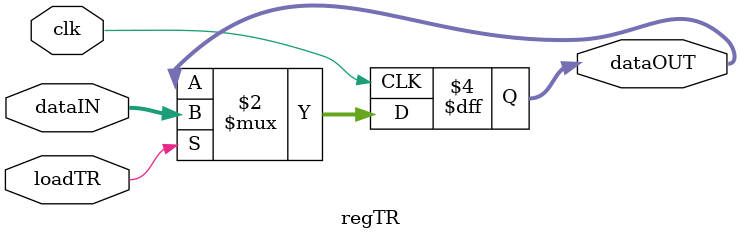
<source format=v>

module regTR
#(parameter dataWidth=16)
(
input clk,
input loadTR,
input [dataWidth-1:0] dataIN,
output reg [dataWidth-1:0] dataOUT
);

always @(negedge clk)
begin
if (loadTR)
	dataOUT<=dataIN;
end
endmodule
</source>
